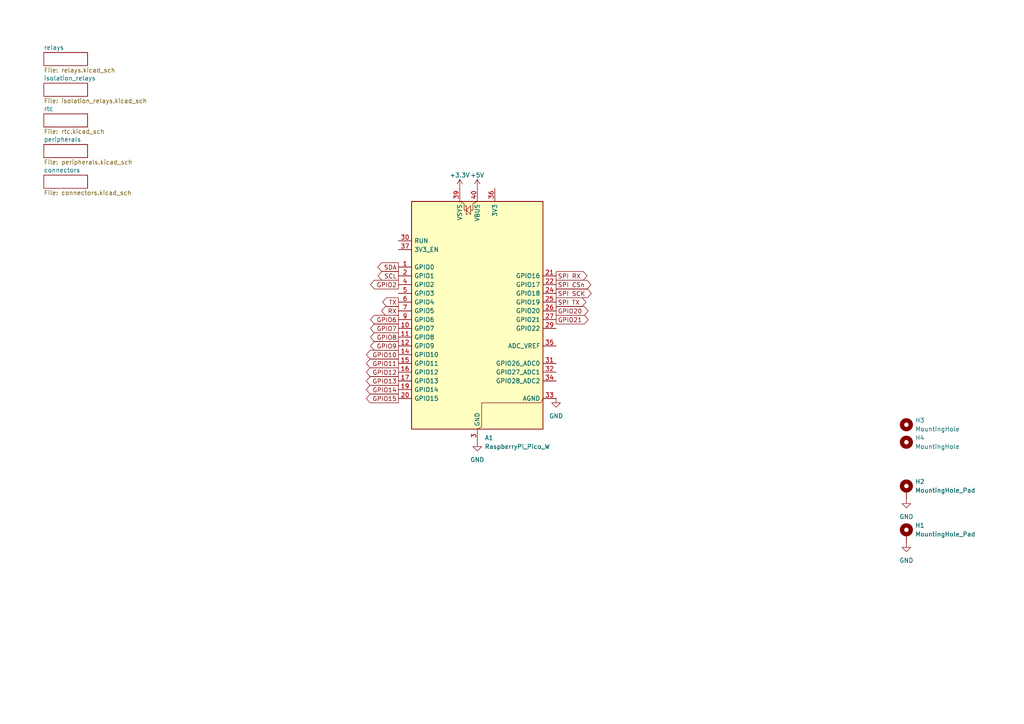
<source format=kicad_sch>
(kicad_sch (version 20250114) (generator "eeschema") (generator_version "9.0")
  (paper "A4")
  (title_block (title "Raspberry Pi Pico Logger - Relay") (date "2025-06-21") (rev "2.0") (company "Creator: Piotr Kłyś"))
  (lib_symbols
    (symbol "MCU_Module:RaspberryPi_Pico_W" (pin_names (offset 0.762))
      (property "Reference" "A" (at -19.05 35.56 0))
      (property "Value" "RaspberryPi_Pico_W" (at 7.62 35.56 0))
      (symbol "RaspberryPi_Pico_W_0_1"
        (rectangle (start -19.05 34.29) (end 19.05 -31.75) (stroke (width 0.254)) (fill (type background)))
        (polyline (pts (xy -5.08 34.29) (xy -3.81 33.655) (xy -3.81 31.75) (xy -3.175 31.75)))
        (polyline (pts (xy -3.429 32.766) (xy -3.429 33.02) (xy -3.175 33.02) (xy -3.175 30.48) (xy -2.921 30.48) (xy -2.921 30.734)))
        (polyline (pts (xy -3.175 31.75) (xy -1.905 33.02) (xy -1.905 30.48) (xy -3.175 31.75)))
        (polyline (pts (xy 0 34.29) (xy -1.27 33.655) (xy -1.27 31.75) (xy -1.905 31.75)))
        (polyline (pts (xy 0 -31.75) (xy 1.27 -31.115) (xy 1.27 -24.13) (xy 18.415 -24.13) (xy 19.05 -22.86)))
      )
      (symbol "RaspberryPi_Pico_W_1_1"
        (pin passive line (at -22.86 22.86 0) (length 3.81) (name "RUN") (number "30"))
        (pin passive line (at -22.86 20.32 0) (length 3.81) (name "3V3_EN") (number "37"))
        (pin bidirectional line (at -22.86 15.24 0) (length 3.81) (name "GPIO0") (number "1"))
        (pin bidirectional line (at -22.86 12.7 0) (length 3.81) (name "GPIO1") (number "2"))
        (pin bidirectional line (at -22.86 10.16 0) (length 3.81) (name "GPIO2") (number "4"))
        (pin bidirectional line (at -22.86 7.62 0) (length 3.81) (name "GPIO3") (number "5"))
        (pin bidirectional line (at -22.86 5.08 0) (length 3.81) (name "GPIO4") (number "6"))
        (pin bidirectional line (at -22.86 2.54 0) (length 3.81) (name "GPIO5") (number "7"))
        (pin bidirectional line (at -22.86 0 0) (length 3.81) (name "GPIO6") (number "9"))
        (pin bidirectional line (at -22.86 -2.54 0) (length 3.81) (name "GPIO7") (number "10"))
        (pin bidirectional line (at -22.86 -5.08 0) (length 3.81) (name "GPIO8") (number "11"))
        (pin bidirectional line (at -22.86 -7.62 0) (length 3.81) (name "GPIO9") (number "12"))
        (pin bidirectional line (at -22.86 -10.16 0) (length 3.81) (name "GPIO10") (number "14"))
        (pin bidirectional line (at -22.86 -12.7 0) (length 3.81) (name "GPIO11") (number "15"))
        (pin bidirectional line (at -22.86 -15.24 0) (length 3.81) (name "GPIO12") (number "16"))
        (pin bidirectional line (at -22.86 -17.78 0) (length 3.81) (name "GPIO13") (number "17"))
        (pin bidirectional line (at -22.86 -20.32 0) (length 3.81) (name "GPIO14") (number "19"))
        (pin bidirectional line (at -22.86 -22.86 0) (length 3.81) (name "GPIO15") (number "20"))
        (pin power_in line (at -5.08 38.1 270) (length 3.81) (name "VSYS") (number "39"))
        (pin power_out line (at 0 38.1 270) (length 3.81) (name "VBUS") (number "40"))
        (pin passive line (at 0 -35.56 90) (length 3.81) (hide yes) (name "GND") (number "13"))
        (pin passive line (at 0 -35.56 90) (length 3.81) (hide yes) (name "GND") (number "18"))
        (pin passive line (at 0 -35.56 90) (length 3.81) (hide yes) (name "GND") (number "23"))
        (pin passive line (at 0 -35.56 90) (length 3.81) (hide yes) (name "GND") (number "28"))
        (pin power_out line (at 0 -35.56 90) (length 3.81) (name "GND") (number "3"))
        (pin passive line (at 0 -35.56 90) (length 3.81) (hide yes) (name "GND") (number "38"))
        (pin passive line (at 0 -35.56 90) (length 3.81) (hide yes) (name "GND") (number "8"))
        (pin power_out line (at 5.08 38.1 270) (length 3.81) (name "3V3") (number "36"))
        (pin bidirectional line (at 22.86 12.7 180) (length 3.81) (name "GPIO16") (number "21"))
        (pin bidirectional line (at 22.86 10.16 180) (length 3.81) (name "GPIO17") (number "22"))
        (pin bidirectional line (at 22.86 7.62 180) (length 3.81) (name "GPIO18") (number "24"))
        (pin bidirectional line (at 22.86 5.08 180) (length 3.81) (name "GPIO19") (number "25"))
        (pin bidirectional line (at 22.86 2.54 180) (length 3.81) (name "GPIO20") (number "26"))
        (pin bidirectional line (at 22.86 0 180) (length 3.81) (name "GPIO21") (number "27"))
        (pin bidirectional line (at 22.86 -2.54 180) (length 3.81) (name "GPIO22") (number "29"))
        (pin power_in line (at 22.86 -7.62 180) (length 3.81) (name "ADC_VREF") (number "35"))
        (pin bidirectional line (at 22.86 -12.7 180) (length 3.81) (name "GPIO26_ADC0") (number "31"))
        (pin bidirectional line (at 22.86 -15.24 180) (length 3.81) (name "GPIO27_ADC1") (number "32"))
        (pin bidirectional line (at 22.86 -17.78 180) (length 3.81) (name "GPIO28_ADC2") (number "34"))
        (pin power_out line (at 22.86 -22.86 180) (length 3.81) (name "AGND") (number "33"))
      )
    )
    (symbol "Mechanical:MountingHole" (pin_names (offset 1.016)) (in_bom no)
      (property "Reference" "H" (at 0 5.08 0))
      (property "Value" "MountingHole" (at 0 3.175 0))
      (symbol "MountingHole_0_1"
        (circle (center 0 0) (radius 1.27) (stroke (width 1.27)))
      )
    )
    (symbol "Mechanical:MountingHole_Pad" (pin_numbers (hide yes)) (pin_names (offset 1.016) (hide yes)) (in_bom no)
      (property "Reference" "H" (at 0 6.35 0))
      (property "Value" "MountingHole_Pad" (at 0 4.445 0))
      (symbol "MountingHole_Pad_0_1"
        (circle (center 0 1.27) (radius 1.27) (stroke (width 1.27)))
      )
      (symbol "MountingHole_Pad_1_1"
        (pin input line (at 0 -2.54 90) (length 2.54) (name "1") (number "1"))
      )
    )
    (symbol "power:+3.3V" (power) (pin_numbers (hide yes)) (pin_names (offset 0) (hide yes))
      (property "Value" "+3.3V" (at 0 3.556 0))
      (symbol "+3.3V_0_1"
        (polyline (pts (xy -0.762 1.27) (xy 0 2.54)))
        (polyline (pts (xy 0 2.54) (xy 0.762 1.27)))
        (polyline (pts (xy 0 0) (xy 0 2.54)))
      )
      (symbol "+3.3V_1_1"
        (pin power_in line (at 0 0 90) (length 0) (name "~") (number "1"))
      )
    )
    (symbol "power:+5V" (power) (pin_numbers (hide yes)) (pin_names (offset 0) (hide yes))
      (property "Value" "+5V" (at 0 3.556 0))
      (symbol "+5V_0_1"
        (polyline (pts (xy -0.762 1.27) (xy 0 2.54)))
        (polyline (pts (xy 0 2.54) (xy 0.762 1.27)))
        (polyline (pts (xy 0 0) (xy 0 2.54)))
      )
      (symbol "+5V_1_1"
        (pin power_in line (at 0 0 90) (length 0) (name "~") (number "1"))
      )
    )
    (symbol "power:GND" (power) (pin_numbers (hide yes)) (pin_names (offset 0) (hide yes))
      (property "Value" "GND" (at 0 -3.81 0))
      (symbol "GND_0_1"
        (polyline (pts (xy 0 0) (xy 0 -1.27) (xy 1.27 -1.27) (xy 0 -2.54) (xy -1.27 -1.27) (xy 0 -1.27)))
      )
      (symbol "GND_1_1"
        (pin power_in line (at 0 0 270) (length 0) (name "~") (number "1"))
      )
    )
  )
  (global_label "SPI SCK" (shape output) (at 161.29 85.09 0) (property "Intersheetrefs" "${INTERSHEET_REFS}" (effects (hide yes))))
  (global_label "GPIO20" (shape output) (at 161.29 90.17 0) (property "Intersheetrefs" "${INTERSHEET_REFS}" (effects (hide yes))))
  (global_label "GPIO2" (shape output) (at 115.57 82.55 180) (property "Intersheetrefs" "${INTERSHEET_REFS}" (effects (hide yes))))
  (global_label "GPIO9" (shape output) (at 115.57 100.33 180) (property "Intersheetrefs" "${INTERSHEET_REFS}" (effects (hide yes))))
  (global_label "TX" (shape output) (at 115.57 87.63 180) (property "Intersheetrefs" "${INTERSHEET_REFS}" (effects (hide yes))))
  (global_label "GPIO13" (shape output) (at 115.57 110.49 180) (property "Intersheetrefs" "${INTERSHEET_REFS}" (effects (hide yes))))
  (global_label "GPIO15" (shape output) (at 115.57 115.57 180) (property "Intersheetrefs" "${INTERSHEET_REFS}" (effects (hide yes))))
  (global_label "SPI TX" (shape output) (at 161.29 87.63 0) (property "Intersheetrefs" "${INTERSHEET_REFS}" (effects (hide yes))))
  (global_label "GPIO11" (shape output) (at 115.57 105.41 180) (property "Intersheetrefs" "${INTERSHEET_REFS}" (effects (hide yes))))
  (global_label "GPIO12" (shape output) (at 115.57 107.95 180) (property "Intersheetrefs" "${INTERSHEET_REFS}" (effects (hide yes))))
  (global_label "GPIO14" (shape output) (at 115.57 113.03 180) (property "Intersheetrefs" "${INTERSHEET_REFS}" (effects (hide yes))))
  (global_label "SCL" (shape output) (at 115.57 80.01 180) (property "Intersheetrefs" "${INTERSHEET_REFS}" (effects (hide yes))))
  (global_label "GPIO7" (shape output) (at 115.57 95.25 180) (property "Intersheetrefs" "${INTERSHEET_REFS}" (effects (hide yes))))
  (global_label "GPIO21" (shape output) (at 161.29 92.71 0) (property "Intersheetrefs" "${INTERSHEET_REFS}" (effects (hide yes))))
  (global_label "GPIO8" (shape output) (at 115.57 97.79 180) (property "Intersheetrefs" "${INTERSHEET_REFS}" (effects (hide yes))))
  (global_label "SPI RX" (shape output) (at 161.29 80.01 0) (property "Intersheetrefs" "${INTERSHEET_REFS}" (effects (hide yes))))
  (global_label "RX" (shape output) (at 115.57 90.17 180) (property "Intersheetrefs" "${INTERSHEET_REFS}" (effects (hide yes))))
  (global_label "GPIO6" (shape output) (at 115.57 92.71 180) (property "Intersheetrefs" "${INTERSHEET_REFS}" (effects (hide yes))))
  (global_label "SDA" (shape output) (at 115.57 77.47 180) (property "Intersheetrefs" "${INTERSHEET_REFS}" (effects (hide yes))))
  (global_label "SPI CSn" (shape output) (at 161.29 82.55 0) (property "Intersheetrefs" "${INTERSHEET_REFS}" (effects (hide yes))))
  (global_label "GPIO10" (shape output) (at 115.57 102.87 180) (property "Intersheetrefs" "${INTERSHEET_REFS}" (effects (hide yes))))
  (symbol (lib_id "MCU_Module:RaspberryPi_Pico_W") (at 138.43 92.71 0) (unit 1)
    (property "Reference" "A1" (at 140.5733 127 0) (effects (justify left)))
    (property "Value" "RaspberryPi_Pico_W" (at 140.5733 129.54 0) (effects (justify left)))
    (property "Footprint" "Module:RaspberryPi_Pico_Common_THT" (effects (hide yes)))
    (property "Datasheet" "https://datasheets.raspberrypi.com/picow/pico-w-datasheet.pdf" (effects (hide yes)))
    (property "Description" "Versatile and inexpensive wireless microcontroller module powered by RP2040 dual-core Arm Cortex-M0+ processor up to 133 MHz, 264kB SRAM, 2MB QSPI flash, Infineon CYW43439 2.4GHz 802.11n wireless LAN; also supports Raspberry Pi Pico 2 W" (effects (hide yes)))
  )
  (symbol (lib_id "Mechanical:MountingHole") (at 262.89 123.19 0) (unit 1) (in_bom no)
    (property "Reference" "H3" (at 265.43 121.9199 0) (effects (justify left)))
    (property "Value" "MountingHole" (at 265.43 124.4599 0) (effects (justify left)))
    (property "Footprint" "MountingHole:MountingHole_3.2mm_M3" (effects (hide yes)))
    (property "Description" "Mounting Hole without connection" (effects (hide yes)))
  )
  (symbol (lib_id "power:GND") (at 161.29 115.57 0) (unit 1)
    (property "Reference" "#PWR02" (effects (hide yes)))
    (property "Value" "GND" (at 161.29 120.65 0))
    (property "Description" "Power symbol creates a global label with name \"GND\" , ground" (effects (hide yes)))
  )
  (symbol (lib_id "Mechanical:MountingHole_Pad") (at 262.89 142.24 0) (unit 1) (in_bom no)
    (property "Reference" "H2" (at 265.43 139.6999 0) (effects (justify left)))
    (property "Value" "MountingHole_Pad" (at 265.43 142.2399 0) (effects (justify left)))
    (property "Footprint" "MountingHole:MountingHole_3.2mm_M3_DIN965_Pad" (effects (hide yes)))
    (property "Description" "Mounting Hole with connection" (effects (hide yes)))
  )
  (symbol (lib_id "power:+3.3V") (at 133.35 54.61 0) (unit 1)
    (property "Reference" "#PWR015" (effects (hide yes)))
    (property "Value" "+3.3V" (at 133.35 50.8 0))
    (property "Description" "Power symbol creates a global label with name \"+3.3V\"" (effects (hide yes)))
  )
  (symbol (lib_id "power:GND") (at 262.89 144.78 0) (unit 1)
    (property "Reference" "#PWR09" (effects (hide yes)))
    (property "Value" "GND" (at 262.89 149.86 0))
    (property "Description" "Power symbol creates a global label with name \"GND\" , ground" (effects (hide yes)))
  )
  (symbol (lib_id "Mechanical:MountingHole_Pad") (at 262.89 154.94 0) (unit 1) (in_bom no)
    (property "Reference" "H1" (at 265.43 152.3999 0) (effects (justify left)))
    (property "Value" "MountingHole_Pad" (at 265.43 154.9399 0) (effects (justify left)))
    (property "Footprint" "MountingHole:MountingHole_3.2mm_M3_DIN965_Pad" (effects (hide yes)))
    (property "Description" "Mounting Hole with connection" (effects (hide yes)))
  )
  (symbol (lib_id "Mechanical:MountingHole") (at 262.89 128.27 0) (unit 1) (in_bom no)
    (property "Reference" "H4" (at 265.43 126.9999 0) (effects (justify left)))
    (property "Value" "MountingHole" (at 265.43 129.5399 0) (effects (justify left)))
    (property "Footprint" "MountingHole:MountingHole_3.2mm_M3" (effects (hide yes)))
    (property "Description" "Mounting Hole without connection" (effects (hide yes)))
  )
  (symbol (lib_id "power:GND") (at 262.89 157.48 0) (unit 1)
    (property "Reference" "#PWR06" (effects (hide yes)))
    (property "Value" "GND" (at 262.89 162.56 0))
    (property "Description" "Power symbol creates a global label with name \"GND\" , ground" (effects (hide yes)))
  )
  (symbol (lib_id "power:GND") (at 138.43 128.27 0) (unit 1)
    (property "Reference" "#PWR01" (effects (hide yes)))
    (property "Value" "GND" (at 138.43 133.35 0))
    (property "Description" "Power symbol creates a global label with name \"GND\" , ground" (effects (hide yes)))
  )
  (symbol (lib_id "power:+5V") (at 138.43 54.61 0) (unit 1)
    (property "Reference" "#PWR016" (effects (hide yes)))
    (property "Value" "+5V" (at 138.43 50.8 0))
    (property "Description" "Power symbol creates a global label with name \"+5V\"" (effects (hide yes)))
  )
  (sheet (at 12.7 50.8) (size 12.7 3.81) (stroke (width 0.1524))
    (property "Sheetname" "connectors" (at 12.7 50.0884 0) (effects (justify left bottom)))
    (property "Sheetfile" "connectors.kicad_sch" (at 12.7 55.1946 0) (effects (justify left top)))
  )
  (sheet (at 12.7 33.02) (size 12.7 3.81) (stroke (width 0.1524))
    (property "Sheetname" "rtc" (at 12.7 32.3084 0) (effects (justify left bottom)))
    (property "Sheetfile" "rtc.kicad_sch" (at 12.7 37.4146 0) (effects (justify left top)))
  )
  (sheet (at 12.7 24.13) (size 12.7 3.81) (stroke (width 0.1524))
    (property "Sheetname" "isolation_relays" (at 12.7 23.4184 0) (effects (justify left bottom)))
    (property "Sheetfile" "isolation_relays.kicad_sch" (at 12.7 28.5246 0) (effects (justify left top)))
  )
  (sheet (at 12.7 15.24) (size 12.7 3.81) (stroke (width 0.1524))
    (property "Sheetname" "relays" (at 12.7 14.5284 0) (effects (justify left bottom)))
    (property "Sheetfile" "relays.kicad_sch" (at 12.7 19.6346 0) (effects (justify left top)))
  )
  (sheet (at 12.7 41.91) (size 12.7 3.81) (stroke (width 0.1524))
    (property "Sheetname" "peripherals" (at 12.7 41.1984 0) (effects (justify left bottom)))
    (property "Sheetfile" "peripherals.kicad_sch" (at 12.7 46.3046 0) (effects (justify left top)))
  )
)
</source>
